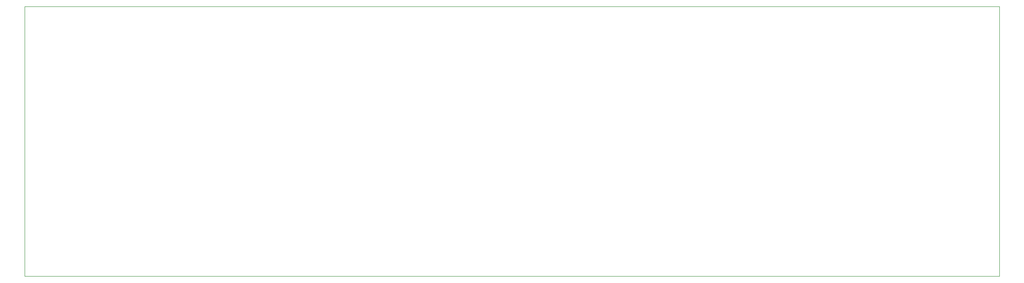
<source format=gbr>
%TF.GenerationSoftware,Altium Limited,Altium Designer,21.6.4 (81)*%
G04 Layer_Color=0*
%FSLAX45Y45*%
%MOMM*%
%TF.SameCoordinates,E19561C2-E2DB-472D-B720-4EF24A879867*%
%TF.FilePolarity,Positive*%
%TF.FileFunction,Profile,NP*%
%TF.Part,Single*%
G01*
G75*
%TA.AperFunction,Profile*%
%ADD61C,0.02540*%
D61*
X1Y-5300000D02*
X0Y0D01*
X19100000D01*
X19100000Y-5300000D01*
X1D01*
%TF.MD5,a84c12248c621b4a96e8bbd910a23fb9*%
M02*

</source>
